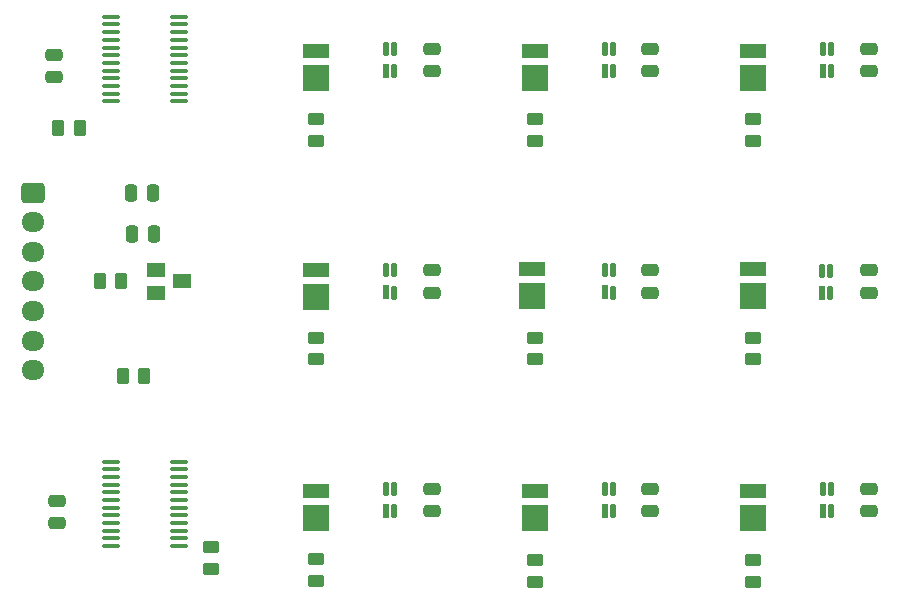
<source format=gbr>
G04 #@! TF.GenerationSoftware,KiCad,Pcbnew,8.0.0*
G04 #@! TF.CreationDate,2025-07-03T23:16:26-06:00*
G04 #@! TF.ProjectId,Color Sensor,436f6c6f-7220-4536-956e-736f722e6b69,rev?*
G04 #@! TF.SameCoordinates,Original*
G04 #@! TF.FileFunction,Soldermask,Top*
G04 #@! TF.FilePolarity,Negative*
%FSLAX46Y46*%
G04 Gerber Fmt 4.6, Leading zero omitted, Abs format (unit mm)*
G04 Created by KiCad (PCBNEW 8.0.0) date 2025-07-03 23:16:26*
%MOMM*%
%LPD*%
G01*
G04 APERTURE LIST*
G04 Aperture macros list*
%AMRoundRect*
0 Rectangle with rounded corners*
0 $1 Rounding radius*
0 $2 $3 $4 $5 $6 $7 $8 $9 X,Y pos of 4 corners*
0 Add a 4 corners polygon primitive as box body*
4,1,4,$2,$3,$4,$5,$6,$7,$8,$9,$2,$3,0*
0 Add four circle primitives for the rounded corners*
1,1,$1+$1,$2,$3*
1,1,$1+$1,$4,$5*
1,1,$1+$1,$6,$7*
1,1,$1+$1,$8,$9*
0 Add four rect primitives between the rounded corners*
20,1,$1+$1,$2,$3,$4,$5,0*
20,1,$1+$1,$4,$5,$6,$7,0*
20,1,$1+$1,$6,$7,$8,$9,0*
20,1,$1+$1,$8,$9,$2,$3,0*%
G04 Aperture macros list end*
%ADD10RoundRect,0.102000X-0.175000X0.450000X-0.175000X-0.450000X0.175000X-0.450000X0.175000X0.450000X0*%
%ADD11RoundRect,0.102000X-0.175000X0.500000X-0.175000X-0.500000X0.175000X-0.500000X0.175000X0.500000X0*%
%ADD12R,2.200000X2.200000*%
%ADD13R,2.200000X1.250000*%
%ADD14RoundRect,0.250000X-0.475000X0.250000X-0.475000X-0.250000X0.475000X-0.250000X0.475000X0.250000X0*%
%ADD15RoundRect,0.250000X-0.450000X0.262500X-0.450000X-0.262500X0.450000X-0.262500X0.450000X0.262500X0*%
%ADD16RoundRect,0.250000X-0.250000X-0.475000X0.250000X-0.475000X0.250000X0.475000X-0.250000X0.475000X0*%
%ADD17RoundRect,0.100000X0.637500X0.100000X-0.637500X0.100000X-0.637500X-0.100000X0.637500X-0.100000X0*%
%ADD18RoundRect,0.250000X0.262500X0.450000X-0.262500X0.450000X-0.262500X-0.450000X0.262500X-0.450000X0*%
%ADD19RoundRect,0.102000X-0.700000X0.500000X-0.700000X-0.500000X0.700000X-0.500000X0.700000X0.500000X0*%
%ADD20O,1.950000X1.700000*%
%ADD21RoundRect,0.250000X-0.725000X0.600000X-0.725000X-0.600000X0.725000X-0.600000X0.725000X0.600000X0*%
%ADD22RoundRect,0.250000X-0.262500X-0.450000X0.262500X-0.450000X0.262500X0.450000X-0.262500X0.450000X0*%
G04 APERTURE END LIST*
D10*
X151000000Y-70050000D03*
X150300000Y-70050000D03*
D11*
X150300000Y-71900000D03*
D10*
X151000000Y-71950000D03*
X169500000Y-70050000D03*
X168800000Y-70050000D03*
D11*
X168800000Y-71900000D03*
D10*
X169500000Y-71950000D03*
X132500000Y-88800000D03*
X131800000Y-88800000D03*
D11*
X131800000Y-90650000D03*
D10*
X132500000Y-90700000D03*
X151000000Y-88800000D03*
X150300000Y-88800000D03*
D11*
X150300000Y-90650000D03*
D10*
X151000000Y-90700000D03*
X169400000Y-88850000D03*
X168700000Y-88850000D03*
D11*
X168700000Y-90700000D03*
D10*
X169400000Y-90750000D03*
X132500000Y-107300000D03*
X131800000Y-107300000D03*
D11*
X131800000Y-109150000D03*
D10*
X132500000Y-109200000D03*
X151000000Y-107300000D03*
X150300000Y-107300000D03*
D11*
X150300000Y-109150000D03*
D10*
X151000000Y-109200000D03*
X169500000Y-107300000D03*
X168800000Y-107300000D03*
D11*
X168800000Y-109150000D03*
D10*
X169500000Y-109200000D03*
X132500000Y-70050000D03*
X131800000Y-70050000D03*
D11*
X131800000Y-71900000D03*
D10*
X132500000Y-71950000D03*
D12*
X125900000Y-72500000D03*
D13*
X125900000Y-70225000D03*
D14*
X135650000Y-70050000D03*
X135650000Y-71950000D03*
D15*
X144400000Y-76000000D03*
X144400000Y-77825000D03*
D12*
X144150000Y-91000000D03*
D13*
X144150000Y-88725000D03*
D15*
X125900000Y-94500000D03*
X125900000Y-96325000D03*
X162900000Y-76000000D03*
X162900000Y-77825000D03*
D14*
X135650000Y-109200000D03*
X135650000Y-107300000D03*
X103900000Y-108300000D03*
X103900000Y-110200000D03*
D15*
X144400000Y-113337500D03*
X144400000Y-115162500D03*
D14*
X154150000Y-88800000D03*
X154150000Y-90700000D03*
D15*
X144400000Y-96325000D03*
X144400000Y-94500000D03*
X162900000Y-113337500D03*
X162900000Y-115162500D03*
D12*
X162900000Y-109750000D03*
D13*
X162900000Y-107475000D03*
D12*
X125900000Y-109750000D03*
D13*
X125900000Y-107475000D03*
D12*
X162900000Y-72500000D03*
D13*
X162900000Y-70225000D03*
D14*
X154150000Y-70050000D03*
X154150000Y-71950000D03*
D16*
X110250000Y-85750000D03*
X112150000Y-85750000D03*
D15*
X125900000Y-113250000D03*
X125900000Y-115075000D03*
D12*
X144400000Y-72500000D03*
D13*
X144400000Y-70225000D03*
D17*
X114262500Y-112158333D03*
X114262500Y-111508333D03*
X114262500Y-110858333D03*
X114262500Y-110208333D03*
X114262500Y-109558333D03*
X114262500Y-108908333D03*
X114262500Y-108258333D03*
X114262500Y-107608333D03*
X114262500Y-106958333D03*
X114262500Y-106308333D03*
X114262500Y-105658333D03*
X114262500Y-105008333D03*
X108537500Y-105008333D03*
X108537500Y-105658333D03*
X108537500Y-106308333D03*
X108537500Y-106958333D03*
X108537500Y-107608333D03*
X108537500Y-108258333D03*
X108537500Y-108908333D03*
X108537500Y-109558333D03*
X108537500Y-110208333D03*
X108537500Y-110858333D03*
X108537500Y-111508333D03*
X108537500Y-112158333D03*
D14*
X154150000Y-109200000D03*
X154150000Y-107300000D03*
D16*
X110200000Y-82250000D03*
X112100000Y-82250000D03*
D15*
X125900000Y-76000000D03*
X125900000Y-77825000D03*
D14*
X172650000Y-70050000D03*
X172650000Y-71950000D03*
X172650000Y-88800000D03*
X172650000Y-90700000D03*
X135650000Y-88800000D03*
X135650000Y-90700000D03*
D12*
X162900000Y-91000000D03*
D13*
X162900000Y-88725000D03*
D14*
X172650000Y-107300000D03*
X172650000Y-109200000D03*
D18*
X107537500Y-89750000D03*
X109362500Y-89750000D03*
D15*
X162900000Y-94500000D03*
X162900000Y-96325000D03*
D14*
X103650000Y-70550000D03*
X103650000Y-72450000D03*
D12*
X125900000Y-91025000D03*
D13*
X125900000Y-88750000D03*
D17*
X114262500Y-74491666D03*
X114262500Y-73841666D03*
X114262500Y-73191666D03*
X114262500Y-72541666D03*
X114262500Y-71891666D03*
X114262500Y-71241666D03*
X114262500Y-70591666D03*
X114262500Y-69941666D03*
X114262500Y-69291666D03*
X114262500Y-68641666D03*
X114262500Y-67991666D03*
X114262500Y-67341666D03*
X108537500Y-67341666D03*
X108537500Y-67991666D03*
X108537500Y-68641666D03*
X108537500Y-69291666D03*
X108537500Y-69941666D03*
X108537500Y-70591666D03*
X108537500Y-71241666D03*
X108537500Y-71891666D03*
X108537500Y-72541666D03*
X108537500Y-73191666D03*
X108537500Y-73841666D03*
X108537500Y-74491666D03*
D18*
X111312500Y-97750000D03*
X109487500Y-97750000D03*
D12*
X144400000Y-109750000D03*
D13*
X144400000Y-107475000D03*
D19*
X114550000Y-89750000D03*
X112350000Y-90700000D03*
X112350000Y-88800000D03*
D20*
X101900000Y-97250000D03*
X101900000Y-94750000D03*
X101900000Y-92250000D03*
X101900000Y-89750000D03*
X101900000Y-87250000D03*
X101900000Y-84750000D03*
D21*
X101900000Y-82250000D03*
D22*
X104037500Y-76750000D03*
X105862500Y-76750000D03*
D15*
X116950000Y-112237500D03*
X116950000Y-114062500D03*
M02*

</source>
